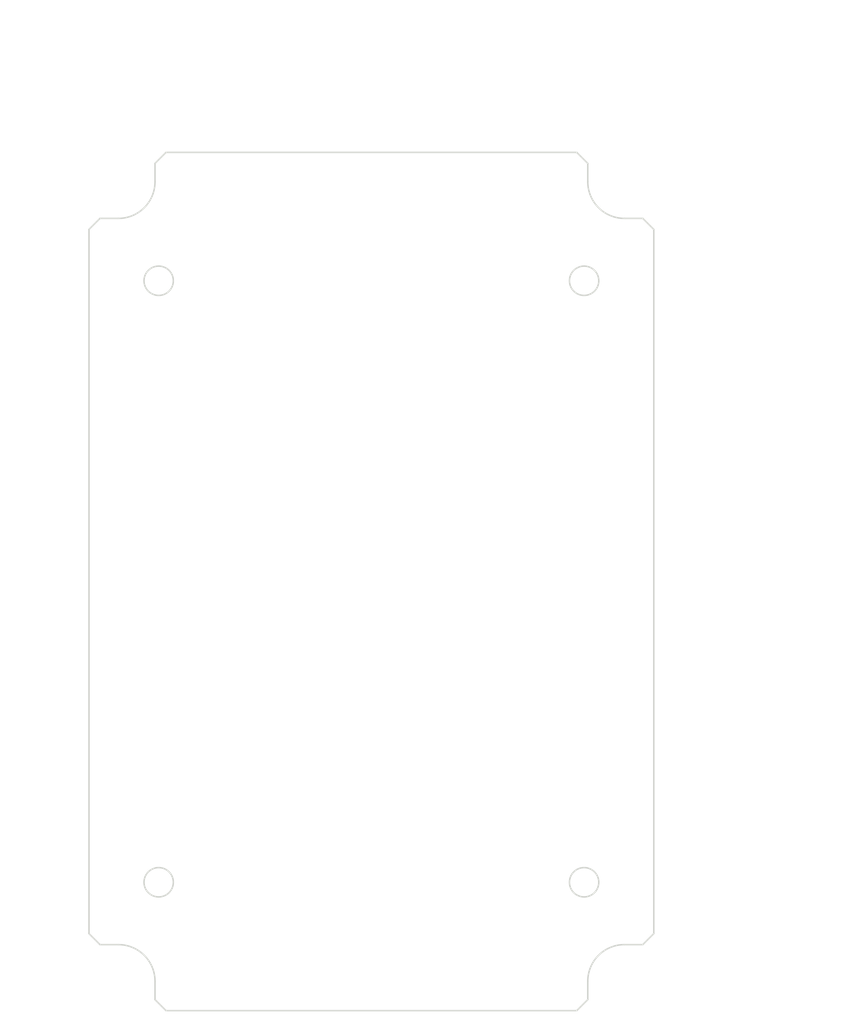
<source format=kicad_pcb>
(kicad_pcb (version 20171130) (host pcbnew "(5.1.0)-1")

  (general
    (thickness 1.6)
    (drawings 72)
    (tracks 0)
    (zones 0)
    (modules 0)
    (nets 1)
  )

  (page A4)
  (layers
    (0 F.Cu signal)
    (31 B.Cu signal)
    (32 B.Adhes user)
    (33 F.Adhes user)
    (34 B.Paste user)
    (35 F.Paste user)
    (36 B.SilkS user)
    (37 F.SilkS user)
    (38 B.Mask user)
    (39 F.Mask user)
    (40 Dwgs.User user)
    (41 Cmts.User user)
    (42 Eco1.User user)
    (43 Eco2.User user)
    (44 Edge.Cuts user)
    (45 Margin user)
    (46 B.CrtYd user)
    (47 F.CrtYd user)
    (48 B.Fab user)
    (49 F.Fab user)
  )

  (setup
    (last_trace_width 0.25)
    (trace_clearance 0.2)
    (zone_clearance 0.508)
    (zone_45_only no)
    (trace_min 0.2)
    (via_size 0.8)
    (via_drill 0.4)
    (via_min_size 0.4)
    (via_min_drill 0.3)
    (uvia_size 0.3)
    (uvia_drill 0.1)
    (uvias_allowed no)
    (uvia_min_size 0.2)
    (uvia_min_drill 0.1)
    (edge_width 0.05)
    (segment_width 0.2)
    (pcb_text_width 0.3)
    (pcb_text_size 1.5 1.5)
    (mod_edge_width 0.12)
    (mod_text_size 1 1)
    (mod_text_width 0.15)
    (pad_size 1.524 1.524)
    (pad_drill 0.762)
    (pad_to_mask_clearance 0.051)
    (solder_mask_min_width 0.25)
    (aux_axis_origin 0 0)
    (visible_elements FFFFFF7F)
    (pcbplotparams
      (layerselection 0x010fc_ffffffff)
      (usegerberextensions false)
      (usegerberattributes false)
      (usegerberadvancedattributes false)
      (creategerberjobfile false)
      (excludeedgelayer true)
      (linewidth 0.152400)
      (plotframeref false)
      (viasonmask false)
      (mode 1)
      (useauxorigin false)
      (hpglpennumber 1)
      (hpglpenspeed 20)
      (hpglpendiameter 15.000000)
      (psnegative false)
      (psa4output false)
      (plotreference true)
      (plotvalue true)
      (plotinvisibletext false)
      (padsonsilk false)
      (subtractmaskfromsilk false)
      (outputformat 1)
      (mirror false)
      (drillshape 1)
      (scaleselection 1)
      (outputdirectory ""))
  )

  (net 0 "")

  (net_class Default "This is the default net class."
    (clearance 0.2)
    (trace_width 0.25)
    (via_dia 0.8)
    (via_drill 0.4)
    (uvia_dia 0.3)
    (uvia_drill 0.1)
  )

  (gr_circle (center 95.276145 57.84106) (end 97.276145 57.84106) (layer Edge.Cuts) (width 0.2))
  (gr_line (start 85.776145 50.84106) (end 87.276145 49.34106) (layer Edge.Cuts) (width 0.2))
  (gr_line (start 94.776145 41.84106) (end 96.276145 40.34106) (layer Edge.Cuts) (width 0.2))
  (gr_line (start 85.776145 50.84106) (end 85.776145 146.84106) (layer Edge.Cuts) (width 0.2))
  (gr_line (start 89.776145 49.34106) (end 87.276145 49.34106) (layer Edge.Cuts) (width 0.2))
  (gr_arc (start 89.776145 44.34106) (end 89.776145 49.34106) (angle -90) (layer Edge.Cuts) (width 0.2))
  (gr_line (start 94.776145 41.84106) (end 94.776145 44.34106) (layer Edge.Cuts) (width 0.2))
  (gr_line (start 152.276145 40.34106) (end 96.276145 40.34106) (layer Edge.Cuts) (width 0.2))
  (gr_circle (center 153.276145 57.84106) (end 155.276145 57.84106) (layer Edge.Cuts) (width 0.2))
  (gr_line (start 152.276145 40.34106) (end 153.776145 41.84106) (layer Edge.Cuts) (width 0.2))
  (gr_line (start 153.776145 41.84106) (end 153.776145 44.34106) (layer Edge.Cuts) (width 0.2))
  (gr_arc (start 158.776145 44.34106) (end 153.776145 44.34106) (angle -90) (layer Edge.Cuts) (width 0.2))
  (gr_line (start 158.776145 49.34106) (end 161.276145 49.34106) (layer Edge.Cuts) (width 0.2))
  (gr_line (start 161.276145 49.34106) (end 162.776145 50.84106) (layer Edge.Cuts) (width 0.2))
  (gr_line (start 162.776145 50.84106) (end 162.776145 146.84106) (layer Edge.Cuts) (width 0.2))
  (gr_circle (center 95.276145 139.84106) (end 97.276145 139.84106) (layer Edge.Cuts) (width 0.2))
  (gr_line (start 96.276145 157.34106) (end 152.276145 157.34106) (layer Edge.Cuts) (width 0.2))
  (gr_arc (start 89.776145 153.34106) (end 94.776145 153.34106) (angle -90) (layer Edge.Cuts) (width 0.2))
  (gr_line (start 89.776145 148.34106) (end 87.276145 148.34106) (layer Edge.Cuts) (width 0.2))
  (gr_line (start 87.276145 148.34106) (end 85.776145 146.84106) (layer Edge.Cuts) (width 0.2))
  (gr_line (start 94.776145 155.84106) (end 94.776145 153.34106) (layer Edge.Cuts) (width 0.2))
  (gr_line (start 96.276145 157.34106) (end 94.776145 155.84106) (layer Edge.Cuts) (width 0.2))
  (gr_arc (start 158.776145 153.34106) (end 158.776145 148.34106) (angle -90) (layer Edge.Cuts) (width 0.2))
  (gr_circle (center 153.276145 139.84106) (end 155.276145 139.84106) (layer Edge.Cuts) (width 0.2))
  (gr_line (start 158.776145 148.34106) (end 161.276145 148.34106) (layer Edge.Cuts) (width 0.2))
  (gr_line (start 162.776145 146.84106) (end 161.276145 148.34106) (layer Edge.Cuts) (width 0.2))
  (gr_line (start 153.776145 155.84106) (end 153.776145 153.34106) (layer Edge.Cuts) (width 0.2))
  (gr_line (start 153.776145 155.84106) (end 152.276145 157.34106) (layer Edge.Cuts) (width 0.2))
  (gr_text [R0.20] (at 80.847644 157.846622) (layer Dwgs.User)
    (effects (font (size 1.7 1.53) (thickness 0.2125)))
  )
  (gr_text " R5.00" (at 80.847644 154.289187) (layer Dwgs.User)
    (effects (font (size 1.7 1.53) (thickness 0.2125)))
  )
  (gr_line (start 87.318415 155.957161) (end 91.830252 151.154591) (layer Dwgs.User) (width 0.2))
  (gr_line (start 85.318415 155.957161) (end 87.318415 155.957161) (layer Dwgs.User) (width 0.2))
  (gr_line (start 95.276145 57.93106) (end 95.276145 57.75106) (layer Dwgs.User) (width 0.2))
  (gr_line (start 95.186145 57.84106) (end 95.366145 57.84106) (layer Dwgs.User) (width 0.2))
  (gr_text " ∅4.00\n[∅0.16]" (at 79.834175 62.863814) (layer Dwgs.User)
    (effects (font (size 1.7 1.53) (thickness 0.2125)))
  )
  (gr_line (start 86.371044 62.863814) (end 91.792125 59.806156) (layer Dwgs.User) (width 0.2))
  (gr_line (start 84.371044 62.863814) (end 86.371044 62.863814) (layer Dwgs.User) (width 0.2))
  (gr_text [.37] (at 76.942127 87.072099) (layer Dwgs.User)
    (effects (font (size 1.7 1.53) (thickness 0.2125)))
  )
  (gr_text " 9.50" (at 76.942127 83.514664) (layer Dwgs.User)
    (effects (font (size 1.7 1.53) (thickness 0.2125)))
  )
  (gr_line (start 85.776145 85.182638) (end 80.326336 85.182638) (layer Dwgs.User) (width 0.2))
  (gr_line (start 93.276145 85.182638) (end 87.776145 85.182638) (layer Dwgs.User) (width 0.2))
  (gr_line (start 95.276145 58.84106) (end 95.276145 88.357638) (layer Dwgs.User) (width 0.2))
  (gr_text [2.28] (at 134.276145 65.577571) (layer Dwgs.User)
    (effects (font (size 1.7 1.53) (thickness 0.2125)))
  )
  (gr_text " 58.00" (at 134.276145 62.020136) (layer Dwgs.User)
    (effects (font (size 1.7 1.53) (thickness 0.2125)))
  )
  (gr_line (start 97.276145 63.68811) (end 130.231534 63.68811) (layer Dwgs.User) (width 0.2))
  (gr_line (start 151.276145 63.68811) (end 138.320757 63.68811) (layer Dwgs.User) (width 0.2))
  (gr_line (start 95.276145 58.84106) (end 95.276145 66.86311) (layer Dwgs.User) (width 0.2))
  (gr_line (start 153.276145 58.84106) (end 153.276145 66.86311) (layer Dwgs.User) (width 0.2))
  (gr_text [3.90] (at 175.375786 70.230521) (layer Dwgs.User)
    (effects (font (size 1.7 1.53) (thickness 0.2125)))
  )
  (gr_text " 99.00" (at 175.375786 66.673086) (layer Dwgs.User)
    (effects (font (size 1.7 1.53) (thickness 0.2125)))
  )
  (gr_line (start 175.375786 146.34106) (end 175.375786 71.898495) (layer Dwgs.User) (width 0.2))
  (gr_line (start 175.375786 51.34106) (end 175.375786 64.783625) (layer Dwgs.User) (width 0.2))
  (gr_line (start 162.276145 148.34106) (end 178.550786 148.34106) (layer Dwgs.User) (width 0.2))
  (gr_line (start 162.276145 49.34106) (end 178.550786 49.34106) (layer Dwgs.User) (width 0.2))
  (gr_text [2.32] (at 111.276145 35.547097) (layer Dwgs.User)
    (effects (font (size 1.7 1.53) (thickness 0.2125)))
  )
  (gr_text " 59.00" (at 111.276145 31.989661) (layer Dwgs.User)
    (effects (font (size 1.7 1.53) (thickness 0.2125)))
  )
  (gr_line (start 151.776145 33.657635) (end 115.320757 33.657635) (layer Dwgs.User) (width 0.2))
  (gr_line (start 96.776145 33.657635) (end 107.231534 33.657635) (layer Dwgs.User) (width 0.2))
  (gr_line (start 153.776145 40.84106) (end 153.776145 30.482635) (layer Dwgs.User) (width 0.2))
  (gr_line (start 94.776145 40.84106) (end 94.776145 30.482635) (layer Dwgs.User) (width 0.2))
  (gr_text [4.61] (at 186.563231 70.230521) (layer Dwgs.User)
    (effects (font (size 1.7 1.53) (thickness 0.2125)))
  )
  (gr_text " 117.00" (at 186.563231 66.673086) (layer Dwgs.User)
    (effects (font (size 1.7 1.53) (thickness 0.2125)))
  )
  (gr_line (start 186.563231 155.34106) (end 186.563231 71.898495) (layer Dwgs.User) (width 0.2))
  (gr_line (start 186.563231 42.34106) (end 186.563231 64.783625) (layer Dwgs.User) (width 0.2))
  (gr_line (start 153.276145 157.34106) (end 189.738231 157.34106) (layer Dwgs.User) (width 0.2))
  (gr_line (start 153.276145 40.34106) (end 189.738231 40.34106) (layer Dwgs.User) (width 0.2))
  (gr_text [3.03] (at 111.276145 24.730521) (layer Dwgs.User)
    (effects (font (size 1.7 1.53) (thickness 0.2125)))
  )
  (gr_text " 77.00" (at 111.276145 21.173086) (layer Dwgs.User)
    (effects (font (size 1.7 1.53) (thickness 0.2125)))
  )
  (gr_line (start 160.776145 22.84106) (end 115.320757 22.84106) (layer Dwgs.User) (width 0.2))
  (gr_line (start 87.776145 22.84106) (end 107.231534 22.84106) (layer Dwgs.User) (width 0.2))
  (gr_line (start 162.776145 49.84106) (end 162.776145 19.66606) (layer Dwgs.User) (width 0.2))
  (gr_line (start 85.776145 49.84106) (end 85.776145 19.66606) (layer Dwgs.User) (width 0.2))

)

</source>
